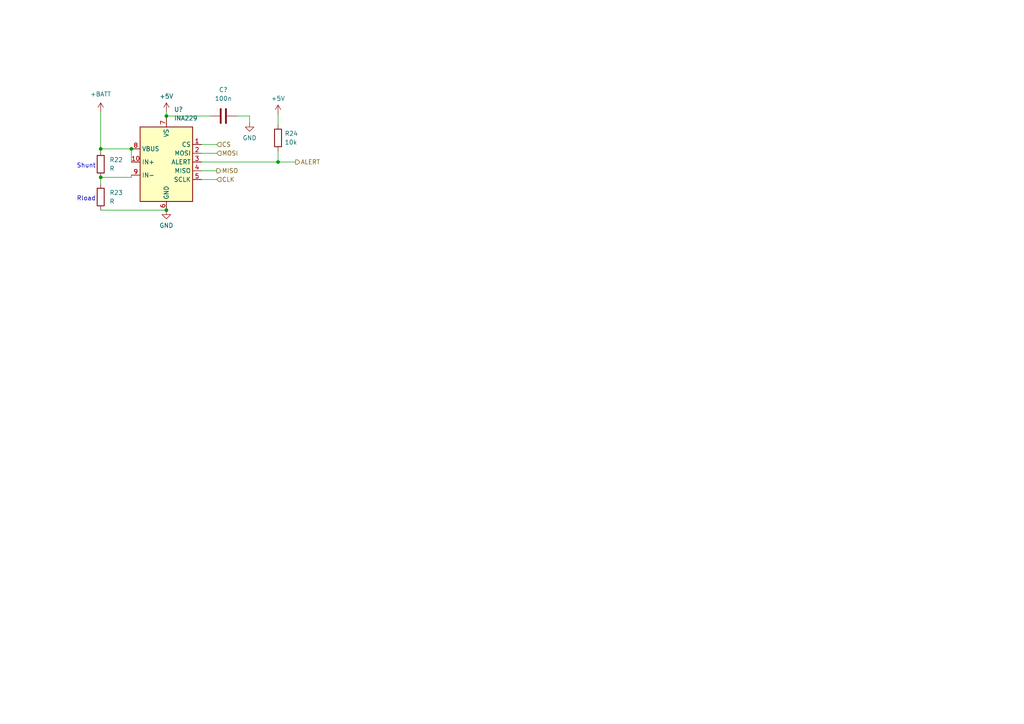
<source format=kicad_sch>
(kicad_sch (version 20230121) (generator eeschema)
  (paper "A4")
  (lib_symbols
    (symbol "Device:C" (pin_numbers hide) (pin_names (offset 0.254))
      (property "Reference" "C" (at 0.635 2.54 0))
      (property "Value" "C" (at 0.635 -2.54 0))
      (symbol "C_0_1"
        (polyline (pts (xy -2.032 -0.762) (xy 2.032 -0.762)) (stroke (width 0.508)))
        (polyline (pts (xy -2.032 0.762) (xy 2.032 0.762)) (stroke (width 0.508)))
      )
      (symbol "C_1_1"
        (pin passive line (at 0 3.81 270) (length 2.794) (name "~") (number "1"))
        (pin passive line (at 0 -3.81 90) (length 2.794) (name "~") (number "2"))
      )
    )
    (symbol "Device:R" (pin_numbers hide) (pin_names (offset 0))
      (property "Reference" "R" (at 2.032 0 90))
      (property "Value" "R" (at 0 0 90))
      (symbol "R_0_1"
        (rectangle (start -1.016 -2.54) (end 1.016 2.54) (stroke (width 0.254)))
      )
      (symbol "R_1_1"
        (pin passive line (at 0 3.81 270) (length 1.27) (name "~") (number "1"))
        (pin passive line (at 0 -3.81 90) (length 1.27) (name "~") (number "2"))
      )
    )
    (symbol "Sensor_Energy:INA229"
      (property "Reference" "U" (at -8.89 12.7 0))
      (property "Value" "INA229" (at -8.89 10.16 0))
      (symbol "INA229_1_1"
        (rectangle (start -7.62 10.16) (end 7.62 -11.43) (stroke (width 0.254)) (fill (type background)))
        (pin input line (at 10.16 5.08 180) (length 2.54) (name "CS") (number "1"))
        (pin passive line (at -10.16 0 0) (length 2.54) (name "IN+") (number "10"))
        (pin input line (at 10.16 2.54 180) (length 2.54) (name "MOSI") (number "2"))
        (pin output line (at 10.16 0 180) (length 2.54) (name "ALERT") (number "3"))
        (pin output line (at 10.16 -2.54 180) (length 2.54) (name "MISO") (number "4"))
        (pin output line (at 10.16 -5.08 180) (length 2.54) (name "SCLK") (number "5"))
        (pin power_in line (at 0 -13.97 90) (length 2.54) (name "GND") (number "6"))
        (pin power_in line (at 0 12.7 270) (length 2.54) (name "VS") (number "7"))
        (pin passive line (at -10.16 3.81 0) (length 2.54) (name "VBUS") (number "8"))
        (pin passive line (at -10.16 -3.81 0) (length 2.54) (name "IN-") (number "9"))
      )
    )
    (symbol "power:+5V" (power) (pin_names (offset 0))
      (property "Value" "+5V" (at 0 3.556 0))
      (symbol "+5V_0_1"
        (polyline (pts (xy -0.762 1.27) (xy 0 2.54)))
        (polyline (pts (xy 0 0) (xy 0 2.54)))
        (polyline (pts (xy 0 2.54) (xy 0.762 1.27)))
      )
      (symbol "+5V_1_1"
        (pin power_in line (at 0 0 90) (length 0) hide (name "+5V") (number "1"))
      )
    )
    (symbol "power:+BATT" (power) (pin_names (offset 0))
      (property "Value" "+BATT" (at 0 3.556 0))
      (symbol "+BATT_0_1"
        (polyline (pts (xy -0.762 1.27) (xy 0 2.54)))
        (polyline (pts (xy 0 0) (xy 0 2.54)))
        (polyline (pts (xy 0 2.54) (xy 0.762 1.27)))
      )
      (symbol "+BATT_1_1"
        (pin power_in line (at 0 0 90) (length 0) hide (name "+BATT") (number "1"))
      )
    )
    (symbol "power:GND" (power) (pin_names (offset 0))
      (property "Value" "GND" (at 0 -3.81 0))
      (symbol "GND_0_1"
        (polyline (pts (xy 0 0) (xy 0 -1.27) (xy 1.27 -1.27) (xy 0 -2.54) (xy -1.27 -1.27) (xy 0 -1.27)))
      )
      (symbol "GND_1_1"
        (pin power_in line (at 0 0 270) (length 0) hide (name "GND") (number "1"))
      )
    )
  )
  (junction (at 48.26 33.655))
  (junction (at 48.26 60.96))
  (junction (at 80.645 46.99))
  (junction (at 38.1 43.18))
  (junction (at 29.21 43.18))
  (junction (at 29.21 51.435))
  (wire (pts (xy 58.42 46.99) (xy 80.645 46.99)))
  (wire (pts (xy 58.42 49.53) (xy 62.865 49.53)))
  (wire (pts (xy 29.21 51.435) (xy 38.1 51.435)))
  (wire (pts (xy 48.26 32.385) (xy 48.26 33.655)))
  (wire (pts (xy 29.21 32.385) (xy 29.21 43.18)))
  (wire (pts (xy 58.42 41.91) (xy 62.865 41.91)))
  (wire (pts (xy 80.645 46.99) (xy 85.725 46.99)))
  (wire (pts (xy 72.39 33.655) (xy 72.39 35.56)))
  (wire (pts (xy 80.645 33.02) (xy 80.645 36.195)))
  (wire (pts (xy 58.42 52.07) (xy 62.865 52.07)))
  (wire (pts (xy 48.26 33.655) (xy 48.26 34.29)))
  (wire (pts (xy 38.1 51.435) (xy 38.1 50.8)))
  (wire (pts (xy 29.21 43.18) (xy 38.1 43.18)))
  (wire (pts (xy 58.42 44.45) (xy 62.865 44.45)))
  (wire (pts (xy 48.26 33.655) (xy 60.96 33.655)))
  (wire (pts (xy 29.21 51.435) (xy 29.21 53.34)))
  (wire (pts (xy 38.1 43.18) (xy 38.1 46.99)))
  (wire (pts (xy 68.58 33.655) (xy 72.39 33.655)))
  (wire (pts (xy 29.21 60.96) (xy 48.26 60.96)))
  (wire (pts (xy 80.645 43.815) (xy 80.645 46.99)))
  (wire (pts (xy 29.21 43.18) (xy 29.21 43.815)))
  (text "Rload" (at 22.225 58.42 0) (effects (font (size 1.27 1.27)) (justify left bottom)))
  (text "Shunt" (at 22.225 48.895 0) (effects (font (size 1.27 1.27)) (justify left bottom)))
  (hierarchical_label "MOSI" (shape input) (at 62.865 44.45 0))
  (hierarchical_label "CS" (shape input) (at 62.865 41.91 0))
  (hierarchical_label "ALERT" (shape output) (at 85.725 46.99 0))
  (hierarchical_label "CLK" (shape input) (at 62.865 52.07 0))
  (hierarchical_label "MISO" (shape output) (at 62.865 49.53 0))
  (symbol (lib_id "Sensor_Energy:INA229") (at 48.26 46.99 0) (unit 1)
    (property "Reference" "U?" (at 50.4541 31.75 0) (effects (justify left)))
    (property "Value" "INA229" (at 50.4541 34.29 0) (effects (justify left)))
    (property "Footprint" "Package_SO:VSSOP-10_3x3mm_P0.5mm" (effects hide))
    (instances (project "Rover Voltage Sense" (path "" (reference "U?") (unit 1)) (path "" (reference "U15") (unit 1))))
  )
  (symbol (lib_id "power:+BATT") (at 29.21 32.385 0) (unit 1)
    (property "Reference" "#PWR043" (effects hide))
    (property "Value" "+BATT" (at 29.21 27.305 0))
  )
  (symbol (lib_id "power:+5V") (at 48.26 32.385 0) (unit 1)
    (property "Reference" "#PWR?" (effects hide))
    (property "Value" "+5V" (at 48.26 27.94 0))
    (instances (project "Rover Voltage Sense" (path "" (reference "#PWR?") (unit 1)) (path "" (reference "#PWR044") (unit 1))))
  )
  (symbol (lib_id "Device:R") (at 80.645 40.005 0) (unit 1)
    (property "Reference" "R24" (at 82.55 38.735 0) (effects (justify left)))
    (property "Value" "10k" (at 82.55 41.275 0) (effects (justify left)))
    (property "Footprint" "Resistor_SMD:R_0805_2012Metric_Pad1.20x1.40mm_HandSolder" (effects hide))
  )
  (symbol (lib_id "Device:C") (at 64.77 33.655 270) (unit 1)
    (property "Reference" "C?" (at 64.77 26.035 90))
    (property "Value" "100n" (at 64.77 28.575 90))
    (property "Footprint" "Capacitor_SMD:C_0603_1608Metric_Pad1.08x0.95mm_HandSolder" (effects hide))
    (instances (project "Rover Voltage Sense" (path "" (reference "C?") (unit 1)) (path "" (reference "C15") (unit 1))))
  )
  (symbol (lib_id "power:GND") (at 72.39 35.56 0) (unit 1)
    (property "Reference" "#PWR?" (effects hide))
    (property "Value" "GND" (at 72.39 40.005 0))
    (instances (project "Rover Voltage Sense" (path "" (reference "#PWR?") (unit 1)) (path "" (reference "#PWR046") (unit 1))))
  )
  (symbol (lib_id "power:+5V") (at 80.645 33.02 0) (unit 1)
    (property "Reference" "#PWR?" (effects hide))
    (property "Value" "+5V" (at 80.645 28.575 0))
    (instances (project "Rover Voltage Sense" (path "" (reference "#PWR?") (unit 1)) (path "" (reference "#PWR047") (unit 1))))
  )
  (symbol (lib_id "Device:R") (at 29.21 57.15 0) (unit 1)
    (property "Reference" "R23" (at 31.75 55.88 0) (effects (justify left)))
    (property "Value" "R" (at 31.75 58.42 0) (effects (justify left)))
    (property "Footprint" "Resistor_SMD:R_0805_2012Metric_Pad1.20x1.40mm_HandSolder" (effects hide))
  )
  (symbol (lib_id "Device:R") (at 29.21 47.625 0) (unit 1)
    (property "Reference" "R22" (at 31.75 46.355 0) (effects (justify left)))
    (property "Value" "R" (at 31.75 48.895 0) (effects (justify left)))
    (property "Footprint" "Resistor_SMD:R_0805_2012Metric_Pad1.20x1.40mm_HandSolder" (effects hide))
  )
  (symbol (lib_id "power:GND") (at 48.26 60.96 0) (unit 1)
    (property "Reference" "#PWR?" (effects hide))
    (property "Value" "GND" (at 48.26 65.405 0))
    (instances (project "Rover Voltage Sense" (path "" (reference "#PWR?") (unit 1)) (path "" (reference "#PWR045") (unit 1))))
  )
)
</source>
